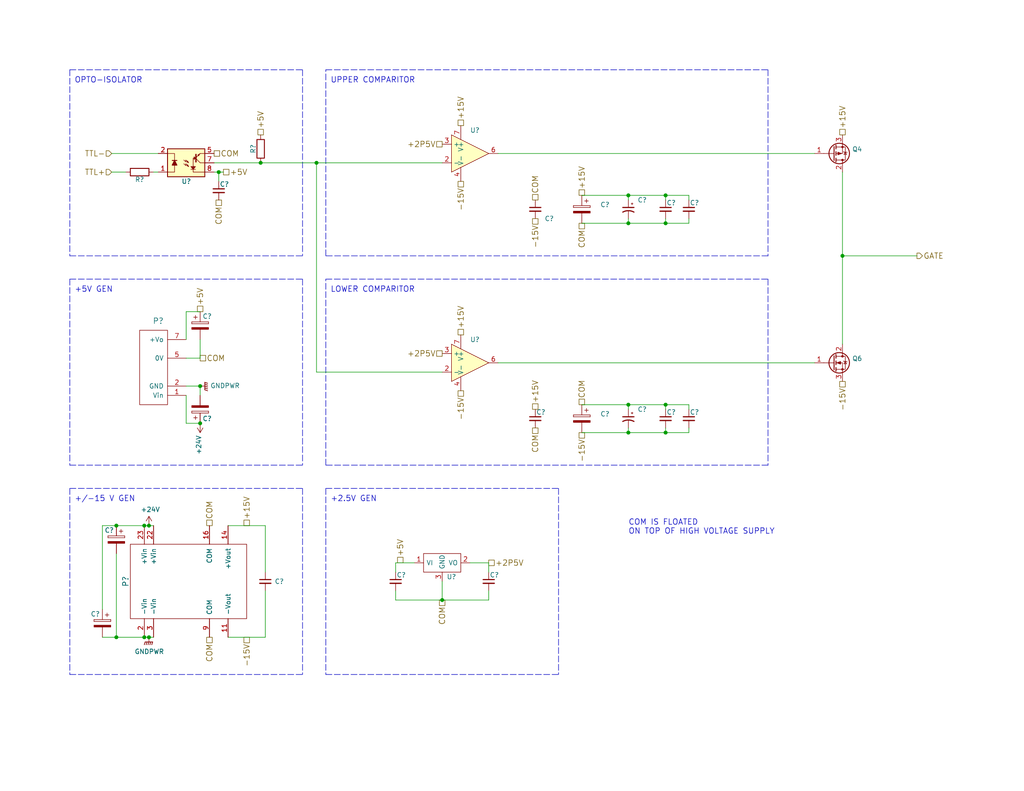
<source format=kicad_sch>
(kicad_sch (version 20211123) (generator eeschema)
  (paper "USLetter")
  (title_block (title "Pulse Generator, 500 V") (date "2020-09-04") (rev "2.0.0") (company "University of Wisconsin-Madison") (comment 1 "Blaise Thompson") (comment 2 "Garand Group") (comment 4 "Adapted from Nathan M. Hoffman"))
  (lib_symbols
    (symbol "Device:Q_NMOS_GDS" (pin_names (offset 0) hide)
      (property "Reference" "Q" (at 5.08 1.27 0))
      (property "Value" "Q_NMOS_GDS" (at 5.08 -1.27 0))
      (symbol "Q_NMOS_GDS_0_1"
        (polyline (pts (xy 0.254 0) (xy -2.54 0)))
        (polyline (pts (xy 0.254 1.905) (xy 0.254 -1.905)) (stroke (width 0.254)))
        (polyline (pts (xy 0.762 -1.27) (xy 0.762 -2.286)) (stroke (width 0.254)))
        (polyline (pts (xy 0.762 0.508) (xy 0.762 -0.508)) (stroke (width 0.254)))
        (polyline (pts (xy 0.762 2.286) (xy 0.762 1.27)) (stroke (width 0.254)))
        (polyline (pts (xy 2.54 2.54) (xy 2.54 1.778)))
        (polyline (pts (xy 2.54 -2.54) (xy 2.54 0) (xy 0.762 0)))
        (polyline (pts (xy 0.762 -1.778) (xy 3.302 -1.778) (xy 3.302 1.778) (xy 0.762 1.778)))
        (polyline (pts (xy 1.016 0) (xy 2.032 0.381) (xy 2.032 -0.381) (xy 1.016 0)) (fill (type outline)))
        (polyline (pts (xy 2.794 0.508) (xy 2.921 0.381) (xy 3.683 0.381) (xy 3.81 0.254)))
        (polyline (pts (xy 3.302 0.381) (xy 2.921 -0.254) (xy 3.683 -0.254) (xy 3.302 0.381)))
        (circle (center 1.651 0) (radius 2.794) (stroke (width 0.254)))
        (circle (center 2.54 -1.778) (radius 0.254) (fill (type outline)))
        (circle (center 2.54 1.778) (radius 0.254) (fill (type outline)))
      )
      (symbol "Q_NMOS_GDS_1_1"
        (pin input line (at -5.08 0 0) (length 2.54) (name "G") (number "1"))
        (pin passive line (at 2.54 5.08 270) (length 2.54) (name "D") (number "2"))
        (pin passive line (at 2.54 -5.08 90) (length 2.54) (name "S") (number "3"))
      )
    )
    (symbol "Device:Q_PMOS_GDS" (pin_names (offset 0) hide)
      (property "Reference" "Q" (at 5.08 1.27 0))
      (property "Value" "Q_PMOS_GDS" (at 5.08 -1.27 0))
      (symbol "Q_PMOS_GDS_0_1"
        (polyline (pts (xy 0.254 0) (xy -2.54 0)))
        (polyline (pts (xy 0.254 1.905) (xy 0.254 -1.905)) (stroke (width 0.254)))
        (polyline (pts (xy 0.762 -1.27) (xy 0.762 -2.286)) (stroke (width 0.254)))
        (polyline (pts (xy 0.762 0.508) (xy 0.762 -0.508)) (stroke (width 0.254)))
        (polyline (pts (xy 0.762 2.286) (xy 0.762 1.27)) (stroke (width 0.254)))
        (polyline (pts (xy 2.54 2.54) (xy 2.54 1.778)))
        (polyline (pts (xy 2.54 -2.54) (xy 2.54 0) (xy 0.762 0)))
        (polyline (pts (xy 0.762 1.778) (xy 3.302 1.778) (xy 3.302 -1.778) (xy 0.762 -1.778)))
        (polyline (pts (xy 2.286 0) (xy 1.27 0.381) (xy 1.27 -0.381) (xy 2.286 0)) (fill (type outline)))
        (polyline (pts (xy 2.794 -0.508) (xy 2.921 -0.381) (xy 3.683 -0.381) (xy 3.81 -0.254)))
        (polyline (pts (xy 3.302 -0.381) (xy 2.921 0.254) (xy 3.683 0.254) (xy 3.302 -0.381)))
        (circle (center 1.651 0) (radius 2.794) (stroke (width 0.254)))
        (circle (center 2.54 -1.778) (radius 0.254) (fill (type outline)))
        (circle (center 2.54 1.778) (radius 0.254) (fill (type outline)))
      )
      (symbol "Q_PMOS_GDS_1_1"
        (pin input line (at -5.08 0 0) (length 2.54) (name "G") (number "1"))
        (pin passive line (at 2.54 5.08 270) (length 2.54) (name "D") (number "2"))
        (pin passive line (at 2.54 -5.08 90) (length 2.54) (name "S") (number "3"))
      )
    )
    (symbol "HV-pulse-generator-rescue:CP" (pin_numbers hide) (pin_names (offset 0.254))
      (property "Reference" "C" (at 0.635 2.54 0))
      (property "Value" "CP" (at 0.635 -2.54 0))
      (symbol "CP_0_1"
        (rectangle (start -2.286 0.508) (end -2.286 1.016))
        (rectangle (start -2.286 0.508) (end 2.286 0.508))
        (polyline (pts (xy -1.778 2.286) (xy -0.762 2.286)))
        (polyline (pts (xy -1.27 2.794) (xy -1.27 1.778)))
        (rectangle (start 2.286 -0.508) (end -2.286 -1.016) (fill (type outline)))
        (rectangle (start 2.286 1.016) (end -2.286 1.016))
        (rectangle (start 2.286 1.016) (end 2.286 0.508))
      )
      (symbol "CP_1_1"
        (pin passive line (at 0 3.81 270) (length 2.794) (name "~") (number "1"))
        (pin passive line (at 0 -3.81 90) (length 2.794) (name "~") (number "2"))
      )
    )
    (symbol "HV-pulse-generator-rescue:CP1_Small" (pin_numbers hide) (pin_names (offset 0.254) hide)
      (property "Reference" "C" (at 0.254 1.778 0))
      (property "Value" "CP1_Small" (at 0.254 -2.032 0))
      (symbol "CP1_Small_0_1"
        (polyline (pts (xy -1.524 0.508) (xy 1.524 0.508)) (stroke (width 0.3048)))
        (polyline (pts (xy -1.27 1.524) (xy -0.762 1.524)))
        (polyline (pts (xy -1.016 1.27) (xy -1.016 1.778)))
        (arc (start 1.524 -0.762) (mid 0 -0.3734) (end -1.524 -0.762) (stroke (width 0.3048)))
      )
      (symbol "CP1_Small_1_1"
        (pin passive line (at 0 2.54 270) (length 2.032) (name "~") (number "1"))
        (pin passive line (at 0 -2.54 90) (length 2.032) (name "~") (number "2"))
      )
    )
    (symbol "HV-pulse-generator-rescue:C_Small" (pin_numbers hide) (pin_names (offset 0.254) hide)
      (property "Reference" "C" (at 0.254 1.778 0))
      (property "Value" "C_Small" (at 0.254 -2.032 0))
      (symbol "C_Small_0_1"
        (polyline (pts (xy -1.524 -0.508) (xy 1.524 -0.508)) (stroke (width 0.3302)))
        (polyline (pts (xy -1.524 0.508) (xy 1.524 0.508)) (stroke (width 0.3048)))
      )
      (symbol "C_Small_1_1"
        (pin passive line (at 0 2.54 270) (length 2.032) (name "~") (number "1"))
        (pin passive line (at 0 -2.54 90) (length 2.032) (name "~") (number "2"))
      )
    )
    (symbol "HV-pulse-generator-rescue:ICPL2631" (pin_names (offset 1.016))
      (property "Reference" "U" (at -5.08 5.08 0))
      (property "Value" "ICPL2631" (at 0 5.08 0))
      (symbol "ICPL2631_0_1"
        (rectangle (start -5.08 3.81) (end 5.08 -3.81) (stroke (width 0.254)) (fill (type background)))
        (polyline (pts (xy -3.81 -0.635) (xy -2.54 -0.635)) (stroke (width 0.254)))
        (polyline (pts (xy 1.27 1.778) (xy 2.54 1.778)))
        (polyline (pts (xy 2.032 1.524) (xy 2.032 1.016)))
        (polyline (pts (xy 2.159 1.397) (xy 2.159 1.016)))
        (polyline (pts (xy 2.286 1.27) (xy 2.286 1.143)))
        (polyline (pts (xy 2.667 -1.397) (xy 3.81 -2.54)))
        (polyline (pts (xy 2.667 -1.143) (xy 3.81 0)))
        (polyline (pts (xy 3.81 -2.54) (xy 5.08 -2.54)))
        (polyline (pts (xy 3.81 0) (xy 5.08 0)))
        (polyline (pts (xy 1.397 1.143) (xy 1.651 1.143) (xy 1.778 1.143)))
        (polyline (pts (xy 2.667 -0.254) (xy 2.667 -2.286) (xy 2.667 -2.286)) (stroke (width 0.3556)))
        (polyline (pts (xy -5.08 -2.54) (xy -3.175 -2.54) (xy -3.175 2.54) (xy -5.08 2.54)))
        (polyline (pts (xy -3.175 -0.635) (xy -3.81 0.635) (xy -2.54 0.635) (xy -3.175 -0.635)) (stroke (width 0.254)) (fill (type outline)))
        (polyline (pts (xy -0.635 0.254) (xy -0.1016 0.762) (xy -0.1016 0.254) (xy 0.6604 1.016)))
        (polyline (pts (xy 0.6604 1.016) (xy 0.1524 0.762) (xy 0.4064 0.508) (xy 0.6604 1.016)))
        (polyline (pts (xy 1.905 1.778) (xy 2.54 1.016) (xy 1.27 1.016) (xy 1.905 1.778)))
        (polyline (pts (xy 3.683 -2.413) (xy 3.429 -1.905) (xy 3.175 -2.159) (xy 3.683 -2.413)))
        (polyline (pts (xy 5.08 2.54) (xy 1.905 2.54) (xy 1.905 -1.27) (xy 2.54 -1.27)))
        (polyline (pts (xy 2.413 1.143) (xy 1.524 1.143) (xy 1.778 1.524) (xy 1.778 1.143) (xy 1.651 1.27)))
        (polyline (pts (xy 2.54 -1.27) (xy 2.159 -0.889) (xy 2.159 -1.651) (xy 2.54 -1.27) (xy 2.159 -1.27)) (fill (type outline)))
        (polyline (pts (xy -0.635 -0.762) (xy -0.1016 -0.254) (xy -0.1016 -0.762) (xy 0.6604 0) (xy 0.1524 -0.254) (xy 0.4064 -0.508) (xy 0.6604 0)))
      )
      (symbol "ICPL2631_1_1"
        (pin passive line (at -7.62 2.54 0) (length 2.54) (name "~") (number "1"))
        (pin passive line (at -7.62 -2.54 0) (length 2.54) (name "~") (number "2"))
        (pin passive line (at 7.62 -2.54 180) (length 2.54) (name "~") (number "5"))
        (pin passive line (at 7.62 0 180) (length 2.54) (name "~") (number "7"))
        (pin power_in line (at 7.62 2.54 180) (length 2.54) (name "~") (number "8"))
      )
    )
    (symbol "HV-pulse-generator-rescue:JCJ0824D15" (pin_names (offset 1.016))
      (property "Reference" "V" (at 0 15.24 0))
      (property "Value" "JCJ0824D15" (at 0 -19.05 0))
      (symbol "JCJ0824D15_0_1"
        (rectangle (start -10.16 13.97) (end 10.16 -17.78))
      )
      (symbol "JCJ0824D15_1_1"
        (pin power_out line (at -15.24 -12.7 0) (length 5.08) (name "-Vout") (number "11"))
        (pin power_out line (at 15.24 -12.7 180) (length 5.08) (name "+Vout") (number "14"))
        (pin passive line (at 15.24 -7.62 180) (length 5.08) (name "COM") (number "16"))
        (pin power_in line (at -15.24 10.16 0) (length 5.08) (name "-Vin") (number "2"))
        (pin power_in line (at 15.24 7.62 180) (length 5.08) (name "+Vin") (number "22"))
        (pin power_in line (at 15.24 10.16 180) (length 5.08) (name "+Vin") (number "23"))
        (pin power_in line (at -15.24 7.62 0) (length 5.08) (name "-Vin") (number "3"))
        (pin passive line (at -15.24 -7.62 0) (length 5.08) (name "COM") (number "9"))
      )
    )
    (symbol "HV-pulse-generator-rescue:LM7171"
      (property "Reference" "U" (at 0 6.35 0))
      (property "Value" "LM7171" (at 0 3.81 0))
      (symbol "LM7171_0_1"
        (polyline (pts (xy -5.08 5.08) (xy 5.08 0) (xy -5.08 -5.08) (xy -5.08 5.08)) (stroke (width 0.1524)) (fill (type background)))
      )
      (symbol "LM7171_1_1"
        (pin input line (at -7.62 -2.54 0) (length 2.54) (name "-") (number "2"))
        (pin input line (at -7.62 2.54 0) (length 2.54) (name "+") (number "3"))
        (pin passive line (at -2.54 -7.62 90) (length 3.81) (name "V-") (number "4"))
        (pin output line (at 7.62 0 180) (length 2.54) (name "~") (number "6"))
        (pin passive line (at -2.54 7.62 270) (length 3.81) (name "V+") (number "7"))
      )
    )
    (symbol "HV-pulse-generator-rescue:MCP1525" (pin_names (offset 0.762))
      (property "Reference" "U" (at 2.54 -3.81 0))
      (property "Value" "MCP1525" (at 0 3.81 0))
      (symbol "MCP1525_0_1"
        (rectangle (start -5.08 -2.54) (end 5.08 2.54))
      )
      (symbol "MCP1525_1_1"
        (pin power_in line (at -7.62 0 0) (length 2.54) (name "VI") (number "1"))
        (pin power_out line (at 7.62 0 180) (length 2.54) (name "VO") (number "2"))
        (pin power_in line (at 0 -5.08 90) (length 2.54) (name "GND") (number "3"))
      )
    )
    (symbol "HV-pulse-generator-rescue:PEM2-S24-S5-S" (pin_names (offset 1.016))
      (property "Reference" "P" (at -2.54 -12.7 0))
      (property "Value" "PEM2-S24-S5-S" (at 5.08 0 90))
      (symbol "PEM2-S24-S5-S_0_1"
        (rectangle (start -5.08 10.16) (end 2.54 -10.16))
      )
      (symbol "PEM2-S24-S5-S_1_1"
        (pin input line (at -10.16 7.62 0) (length 5.08) (name "Vin") (number "1"))
        (pin input line (at -10.16 5.08 0) (length 5.08) (name "GND") (number "2"))
        (pin input line (at -10.16 -2.54 0) (length 5.08) (name "0V") (number "5"))
        (pin input line (at -10.16 -7.62 0) (length 5.08) (name "+Vo") (number "7"))
      )
    )
    (symbol "HV-pulse-generator-rescue:R" (pin_numbers hide) (pin_names (offset 0))
      (property "Reference" "R" (at 2.032 0 90))
      (property "Value" "R" (at 0 0 90))
      (symbol "R_0_1"
        (rectangle (start -1.016 -2.54) (end 1.016 2.54) (stroke (width 0.254)))
      )
      (symbol "R_1_1"
        (pin passive line (at 0 3.81 270) (length 1.27) (name "~") (number "1"))
        (pin passive line (at 0 -3.81 90) (length 1.27) (name "~") (number "2"))
      )
    )
    (symbol "power:+24V" (power) (pin_names (offset 0))
      (property "Value" "+24V" (at 0 3.556 0))
      (symbol "+24V_0_1"
        (polyline (pts (xy -0.762 1.27) (xy 0 2.54)))
        (polyline (pts (xy 0 0) (xy 0 2.54)))
        (polyline (pts (xy 0 2.54) (xy 0.762 1.27)))
      )
      (symbol "+24V_1_1"
        (pin power_in line (at 0 0 90) (length 0) hide (name "+24V") (number "1"))
      )
    )
    (symbol "power:GNDPWR" (power) (pin_names (offset 0))
      (property "Value" "GNDPWR" (at 0 -3.302 0))
      (symbol "GNDPWR_0_1"
        (polyline (pts (xy 0 -1.27) (xy 0 0)))
        (polyline (pts (xy -1.016 -1.27) (xy -1.27 -2.032) (xy -1.27 -2.032)) (stroke (width 0.2032)))
        (polyline (pts (xy -0.508 -1.27) (xy -0.762 -2.032) (xy -0.762 -2.032)) (stroke (width 0.2032)))
        (polyline (pts (xy 0 -1.27) (xy -0.254 -2.032) (xy -0.254 -2.032)) (stroke (width 0.2032)))
        (polyline (pts (xy 0.508 -1.27) (xy 0.254 -2.032) (xy 0.254 -2.032)) (stroke (width 0.2032)))
        (polyline (pts (xy 1.016 -1.27) (xy -1.016 -1.27) (xy -1.016 -1.27)) (stroke (width 0.2032)))
        (polyline (pts (xy 1.016 -1.27) (xy 0.762 -2.032) (xy 0.762 -2.032) (xy 0.762 -2.032)) (stroke (width 0.2032)))
      )
      (symbol "GNDPWR_1_1"
        (pin power_in line (at 0 0 270) (length 0) hide (name "GNDPWR") (number "1"))
      )
    )
  )
  (junction (at 39.37 173.99))
  (junction (at 86.36 44.45))
  (junction (at 171.45 53.34))
  (junction (at 229.87 69.85))
  (junction (at 31.75 143.51))
  (junction (at 31.75 173.99))
  (junction (at 181.61 60.96))
  (junction (at 171.45 118.11))
  (junction (at 120.65 163.83))
  (junction (at 171.45 60.96))
  (junction (at 171.45 110.49))
  (junction (at 181.61 53.34))
  (junction (at 71.12 44.45))
  (junction (at 59.69 46.99))
  (junction (at 181.61 110.49))
  (junction (at 54.61 105.41))
  (junction (at 39.37 143.51))
  (junction (at 40.64 143.51))
  (junction (at 54.61 115.57))
  (junction (at 40.64 173.99))
  (junction (at 181.61 118.11))
  (wire (pts (xy 158.75 60.96) (xy 171.45 60.96)))
  (polyline (pts (xy 19.05 133.35) (xy 82.55 133.35)))
  (wire (pts (xy 158.75 118.11) (xy 171.45 118.11)))
  (polyline (pts (xy 82.55 133.35) (xy 82.55 184.15)))
  (wire (pts (xy 187.96 118.11) (xy 187.96 116.84)))
  (polyline (pts (xy 88.9 133.35) (xy 152.4 133.35)))
  (wire (pts (xy 187.96 53.34) (xy 187.96 54.61)))
  (polyline (pts (xy 19.05 76.2) (xy 82.55 76.2)))
  (wire (pts (xy 58.42 44.45) (xy 71.12 44.45)))
  (wire (pts (xy 128.27 153.67) (xy 133.35 153.67)))
  (polyline (pts (xy 88.9 133.35) (xy 88.9 184.15)))
  (wire (pts (xy 40.64 173.99) (xy 41.91 173.99)))
  (wire (pts (xy 181.61 116.84) (xy 181.61 118.11)))
  (wire (pts (xy 27.94 166.37) (xy 27.94 143.51)))
  (wire (pts (xy 181.61 53.34) (xy 187.96 53.34)))
  (wire (pts (xy 40.64 143.51) (xy 41.91 143.51)))
  (polyline (pts (xy 209.55 69.85) (xy 88.9 69.85)))
  (wire (pts (xy 50.8 92.71) (xy 50.8 85.09)))
  (wire (pts (xy 31.75 173.99) (xy 39.37 173.99)))
  (polyline (pts (xy 19.05 184.15) (xy 82.55 184.15)))
  (wire (pts (xy 250.19 69.85) (xy 229.87 69.85)))
  (wire (pts (xy 30.48 46.99) (xy 34.29 46.99)))
  (wire (pts (xy 158.75 53.34) (xy 171.45 53.34)))
  (wire (pts (xy 54.61 107.95) (xy 54.61 105.41)))
  (polyline (pts (xy 19.05 127) (xy 82.55 127)))
  (polyline (pts (xy 209.55 19.05) (xy 209.55 69.85)))
  (wire (pts (xy 72.39 143.51) (xy 62.23 143.51)))
  (wire (pts (xy 181.61 59.69) (xy 181.61 60.96)))
  (wire (pts (xy 171.45 110.49) (xy 181.61 110.49)))
  (wire (pts (xy 72.39 161.29) (xy 72.39 173.99)))
  (wire (pts (xy 50.8 107.95) (xy 50.8 115.57)))
  (wire (pts (xy 120.65 163.83) (xy 133.35 163.83)))
  (wire (pts (xy 181.61 111.76) (xy 181.61 110.49)))
  (wire (pts (xy 86.36 101.6) (xy 120.65 101.6)))
  (wire (pts (xy 135.89 41.91) (xy 222.25 41.91)))
  (wire (pts (xy 171.45 111.76) (xy 171.45 110.49)))
  (wire (pts (xy 50.8 115.57) (xy 54.61 115.57)))
  (polyline (pts (xy 19.05 19.05) (xy 19.05 69.85)))
  (wire (pts (xy 171.45 53.34) (xy 181.61 53.34)))
  (polyline (pts (xy 82.55 76.2) (xy 82.55 127)))
  (wire (pts (xy 171.45 116.84) (xy 171.45 118.11)))
  (wire (pts (xy 187.96 60.96) (xy 187.96 59.69)))
  (polyline (pts (xy 88.9 184.15) (xy 152.4 184.15)))
  (wire (pts (xy 229.87 46.99) (xy 229.87 69.85)))
  (wire (pts (xy 50.8 105.41) (xy 54.61 105.41)))
  (wire (pts (xy 71.12 44.45) (xy 86.36 44.45)))
  (polyline (pts (xy 88.9 76.2) (xy 209.55 76.2)))
  (wire (pts (xy 27.94 173.99) (xy 31.75 173.99)))
  (wire (pts (xy 50.8 85.09) (xy 54.61 85.09)))
  (polyline (pts (xy 19.05 69.85) (xy 82.55 69.85)))
  (wire (pts (xy 30.48 41.91) (xy 43.18 41.91)))
  (polyline (pts (xy 19.05 76.2) (xy 19.05 127)))
  (wire (pts (xy 39.37 173.99) (xy 40.64 173.99)))
  (wire (pts (xy 41.91 46.99) (xy 43.18 46.99)))
  (polyline (pts (xy 88.9 19.05) (xy 209.55 19.05)))
  (wire (pts (xy 120.65 163.83) (xy 120.65 158.75)))
  (wire (pts (xy 54.61 97.79) (xy 54.61 92.71)))
  (wire (pts (xy 86.36 44.45) (xy 86.36 101.6)))
  (wire (pts (xy 158.75 110.49) (xy 171.45 110.49)))
  (wire (pts (xy 59.69 46.99) (xy 60.96 46.99)))
  (wire (pts (xy 181.61 54.61) (xy 181.61 53.34)))
  (wire (pts (xy 229.87 69.85) (xy 229.87 93.98)))
  (wire (pts (xy 86.36 44.45) (xy 120.65 44.45)))
  (polyline (pts (xy 88.9 127) (xy 88.9 76.2)))
  (wire (pts (xy 133.35 156.21) (xy 133.35 153.67)))
  (wire (pts (xy 58.42 46.99) (xy 59.69 46.99)))
  (wire (pts (xy 107.95 163.83) (xy 120.65 163.83)))
  (polyline (pts (xy 209.55 76.2) (xy 209.55 127)))
  (wire (pts (xy 181.61 110.49) (xy 187.96 110.49)))
  (wire (pts (xy 107.95 153.67) (xy 113.03 153.67)))
  (wire (pts (xy 171.45 54.61) (xy 171.45 53.34)))
  (wire (pts (xy 181.61 60.96) (xy 187.96 60.96)))
  (wire (pts (xy 72.39 156.21) (xy 72.39 143.51)))
  (wire (pts (xy 135.89 99.06) (xy 222.25 99.06)))
  (wire (pts (xy 31.75 143.51) (xy 39.37 143.51)))
  (wire (pts (xy 171.45 118.11) (xy 181.61 118.11)))
  (wire (pts (xy 59.69 46.99) (xy 59.69 49.53)))
  (wire (pts (xy 187.96 110.49) (xy 187.96 111.76)))
  (polyline (pts (xy 88.9 69.85) (xy 88.9 19.05)))
  (polyline (pts (xy 209.55 127) (xy 88.9 127)))
  (polyline (pts (xy 19.05 133.35) (xy 19.05 184.15)))
  (wire (pts (xy 107.95 161.29) (xy 107.95 163.83)))
  (wire (pts (xy 181.61 118.11) (xy 187.96 118.11)))
  (wire (pts (xy 50.8 97.79) (xy 54.61 97.79)))
  (polyline (pts (xy 19.05 19.05) (xy 82.55 19.05)))
  (polyline (pts (xy 82.55 19.05) (xy 82.55 69.85)))
  (wire (pts (xy 62.23 173.99) (xy 72.39 173.99)))
  (wire (pts (xy 107.95 153.67) (xy 107.95 156.21)))
  (wire (pts (xy 133.35 163.83) (xy 133.35 161.29)))
  (wire (pts (xy 171.45 60.96) (xy 181.61 60.96)))
  (wire (pts (xy 171.45 59.69) (xy 171.45 60.96)))
  (wire (pts (xy 31.75 151.13) (xy 31.75 173.99)))
  (wire (pts (xy 27.94 143.51) (xy 31.75 143.51)))
  (polyline (pts (xy 152.4 133.35) (xy 152.4 184.15)))
  (wire (pts (xy 39.37 143.51) (xy 40.64 143.51)))
  (text "LOWER COMPARITOR" (at 90.17 80.01 0) (effects (font (size 1.524 1.524)) (justify left bottom)))
  (text "+5V GEN" (at 20.32 80.01 0) (effects (font (size 1.524 1.524)) (justify left bottom)))
  (text "OPTO-ISOLATOR" (at 20.32 22.86 0) (effects (font (size 1.524 1.524)) (justify left bottom)))
  (text "UPPER COMPARITOR" (at 90.17 22.86 0) (effects (font (size 1.524 1.524)) (justify left bottom)))
  (text "COM IS FLOATED\nON TOP OF HIGH VOLTAGE SUPPLY" (at 171.45 146.05 0) (effects (font (size 1.524 1.524)) (justify left bottom)))
  (text "+2.5V GEN" (at 90.17 137.16 0) (effects (font (size 1.524 1.524)) (justify left bottom)))
  (text "+/-15 V GEN" (at 20.32 137.16 0) (effects (font (size 1.524 1.524)) (justify left bottom)))
  (hierarchical_label "GATE" (shape output) (at 250.19 69.85 0) (effects (font (size 1.524 1.524))))
  (hierarchical_label "+5V" (shape passive) (at 109.22 153.67 90) (effects (font (size 1.524 1.524))))
  (hierarchical_label "+15V" (shape passive) (at 67.31 143.51 90) (effects (font (size 1.524 1.524))))
  (hierarchical_label "TTL-" (shape input) (at 30.48 41.91 180) (effects (font (size 1.524 1.524))))
  (hierarchical_label "+15V" (shape passive) (at 229.87 36.83 90) (effects (font (size 1.524 1.524))))
  (hierarchical_label "COM" (shape passive) (at 59.69 54.61 270) (effects (font (size 1.524 1.524))))
  (hierarchical_label "COM" (shape passive) (at 146.05 116.84 270) (effects (font (size 1.524 1.524))))
  (hierarchical_label "COM" (shape passive) (at 120.65 163.83 270) (effects (font (size 1.524 1.524))))
  (hierarchical_label "COM" (shape passive) (at 58.42 41.91 0) (effects (font (size 1.524 1.524))))
  (hierarchical_label "COM" (shape passive) (at 57.15 143.51 90) (effects (font (size 1.524 1.524))))
  (hierarchical_label "TTL+" (shape input) (at 30.48 46.99 180) (effects (font (size 1.524 1.524))))
  (hierarchical_label "-15V" (shape passive) (at 125.73 106.68 270) (effects (font (size 1.524 1.524))))
  (hierarchical_label "+15V" (shape passive) (at 125.73 91.44 90) (effects (font (size 1.524 1.524))))
  (hierarchical_label "+15V" (shape passive) (at 125.73 34.29 90) (effects (font (size 1.524 1.524))))
  (hierarchical_label "-15V" (shape passive) (at 146.05 59.69 270) (effects (font (size 1.524 1.524))))
  (hierarchical_label "-15V" (shape passive) (at 158.75 118.11 270) (effects (font (size 1.524 1.524))))
  (hierarchical_label "+15V" (shape passive) (at 158.75 53.34 90) (effects (font (size 1.524 1.524))))
  (hierarchical_label "COM" (shape passive) (at 57.15 173.99 270) (effects (font (size 1.524 1.524))))
  (hierarchical_label "+2P5V" (shape passive) (at 120.65 39.37 180) (effects (font (size 1.524 1.524))))
  (hierarchical_label "COM" (shape passive) (at 158.75 110.49 90) (effects (font (size 1.524 1.524))))
  (hierarchical_label "+2P5V" (shape passive) (at 120.65 96.52 180) (effects (font (size 1.524 1.524))))
  (hierarchical_label "-15V" (shape passive) (at 229.87 104.14 270) (effects (font (size 1.524 1.524))))
  (hierarchical_label "+5V" (shape passive) (at 54.61 85.09 90) (effects (font (size 1.524 1.524))))
  (hierarchical_label "+5V" (shape passive) (at 60.96 46.99 0) (effects (font (size 1.524 1.524))))
  (hierarchical_label "COM" (shape passive) (at 54.61 97.79 0) (effects (font (size 1.524 1.524))))
  (hierarchical_label "-15V" (shape passive) (at 125.73 49.53 270) (effects (font (size 1.524 1.524))))
  (hierarchical_label "-15V" (shape passive) (at 67.31 173.99 270) (effects (font (size 1.524 1.524))))
  (hierarchical_label "+15V" (shape passive) (at 146.05 111.76 90) (effects (font (size 1.524 1.524))))
  (hierarchical_label "+2P5V" (shape passive) (at 133.35 153.67 0) (effects (font (size 1.524 1.524))))
  (hierarchical_label "+5V" (shape passive) (at 71.12 36.83 90) (effects (font (size 1.524 1.524))))
  (hierarchical_label "COM" (shape passive) (at 158.75 60.96 270) (effects (font (size 1.524 1.524))))
  (hierarchical_label "COM" (shape passive) (at 146.05 54.61 90) (effects (font (size 1.524 1.524))))
  (symbol (lib_id "Device:Q_PMOS_GDS") (at 227.33 41.91 0) (mirror x) (unit 1)
    (property "Reference" "Q4" (at 232.5116 40.7416 0) (effects (justify left)))
  )
  (symbol (lib_id "Device:Q_NMOS_GDS") (at 227.33 99.06 0) (unit 1)
    (property "Reference" "Q6" (at 232.5116 97.8916 0) (effects (justify left)))
  )
  (symbol (lib_id "HV-pulse-generator-rescue:C_Small") (at 187.96 114.3 0) (unit 1)
    (property "Reference" "C?" (at 188.214 112.522 0) (effects (justify left)))
  )
  (symbol (lib_id "HV-pulse-generator-rescue:CP") (at 158.75 114.3 0) (mirror y) (unit 1)
    (property "Reference" "C?" (at 166.37 113.03 0) (effects (justify left)))
  )
  (symbol (lib_id "HV-pulse-generator-rescue:CP1_Small") (at 171.45 114.3 0) (mirror y) (unit 1)
    (property "Reference" "C?" (at 176.53 111.76 0) (effects (justify left)))
  )
  (symbol (lib_id "HV-pulse-generator-rescue:C_Small") (at 181.61 114.3 0) (unit 1)
    (property "Reference" "C?" (at 181.864 112.522 0) (effects (justify left)))
  )
  (symbol (lib_id "HV-pulse-generator-rescue:C_Small") (at 72.39 158.75 0) (unit 1)
    (property "Reference" "C?" (at 74.93 158.75 0) (effects (justify left)))
  )
  (symbol (lib_id "HV-pulse-generator-rescue:C_Small") (at 187.96 57.15 0) (unit 1)
    (property "Reference" "C?" (at 188.214 55.372 0) (effects (justify left)))
  )
  (symbol (lib_id "HV-pulse-generator-rescue:C_Small") (at 146.05 57.15 0) (unit 1)
    (property "Reference" "C?" (at 148.59 59.69 0) (effects (justify left)))
  )
  (symbol (lib_id "HV-pulse-generator-rescue:LM7171") (at 128.27 41.91 0) (unit 1)
    (property "Reference" "U?" (at 128.27 35.56 0) (effects (justify left)))
  )
  (symbol (lib_id "HV-pulse-generator-rescue:C_Small") (at 146.05 114.3 0) (unit 1)
    (property "Reference" "C?" (at 146.304 112.522 0) (effects (justify left)))
  )
  (symbol (lib_id "HV-pulse-generator-rescue:LM7171") (at 128.27 99.06 0) (unit 1)
    (property "Reference" "U?" (at 128.27 92.71 0) (effects (justify left)))
  )
  (symbol (lib_id "HV-pulse-generator-rescue:ICPL2631") (at 50.8 44.45 0) (mirror x) (unit 1)
    (property "Reference" "U?" (at 49.53 49.53 0) (effects (justify left)))
  )
  (symbol (lib_id "HV-pulse-generator-rescue:R") (at 38.1 46.99 270) (unit 1)
    (property "Reference" "R?" (at 38.1 49.022 90))
  )
  (symbol (lib_id "HV-pulse-generator-rescue:MCP1525") (at 120.65 153.67 0) (unit 1)
    (property "Reference" "U?" (at 123.19 157.48 0))
  )
  (symbol (lib_id "HV-pulse-generator-rescue:C_Small") (at 133.35 158.75 0) (unit 1)
    (property "Reference" "C?" (at 133.604 156.972 0) (effects (justify left)))
  )
  (symbol (lib_id "HV-pulse-generator-rescue:C_Small") (at 107.95 158.75 0) (unit 1)
    (property "Reference" "C?" (at 108.204 156.972 0) (effects (justify left)))
  )
  (symbol (lib_id "HV-pulse-generator-rescue:C_Small") (at 59.69 52.07 0) (unit 1)
    (property "Reference" "C?" (at 59.944 50.292 0) (effects (justify left)))
  )
  (symbol (lib_id "HV-pulse-generator-rescue:R") (at 71.12 40.64 180) (unit 1)
    (property "Reference" "R?" (at 69.088 40.64 90))
  )
  (symbol (lib_id "HV-pulse-generator-rescue:PEM2-S24-S5-S") (at 40.64 100.33 180) (unit 1)
    (property "Reference" "P?" (at 43.18 87.63 0) (effects (font (size 1.524 1.524))))
  )
  (symbol (lib_id "HV-pulse-generator-rescue:CP") (at 54.61 88.9 0) (unit 1)
    (property "Reference" "C?" (at 55.245 86.36 0) (effects (justify left)))
  )
  (symbol (lib_id "HV-pulse-generator-rescue:CP") (at 54.61 111.76 0) (mirror x) (unit 1)
    (property "Reference" "C?" (at 55.245 114.3 0) (effects (justify left)))
  )
  (symbol (lib_id "HV-pulse-generator-rescue:C_Small") (at 181.61 57.15 0) (unit 1)
    (property "Reference" "C?" (at 181.864 55.372 0) (effects (justify left)))
  )
  (symbol (lib_id "HV-pulse-generator-rescue:CP") (at 27.94 170.18 0) (mirror y) (unit 1)
    (property "Reference" "C?" (at 27.305 167.64 0) (effects (justify left)))
  )
  (symbol (lib_id "HV-pulse-generator-rescue:CP") (at 31.75 147.32 0) (mirror y) (unit 1)
    (property "Reference" "C?" (at 31.115 144.78 0) (effects (justify left)))
  )
  (symbol (lib_id "HV-pulse-generator-rescue:CP") (at 158.75 57.15 0) (mirror y) (unit 1)
    (property "Reference" "C?" (at 166.37 55.88 0) (effects (justify left)))
  )
  (symbol (lib_id "HV-pulse-generator-rescue:CP1_Small") (at 171.45 57.15 0) (mirror y) (unit 1)
    (property "Reference" "C?" (at 176.53 54.61 0) (effects (justify left)))
  )
  (symbol (lib_id "power:GNDPWR") (at 40.64 173.99 0) (unit 1)
    (property "Reference" "#PWR?" (effects hide))
  )
  (symbol (lib_id "power:+24V") (at 40.64 143.51 0) (unit 1)
    (property "Reference" "#PWR?" (effects hide))
  )
  (symbol (lib_id "HV-pulse-generator-rescue:JCJ0824D15") (at 49.53 158.75 90) (unit 1)
    (property "Reference" "P?" (at 34.29 158.75 0) (effects (font (size 1.524 1.524))))
  )
  (symbol (lib_id "power:+24V") (at 54.61 115.57 180) (unit 1)
    (property "Reference" "#PWR?" (effects hide))
  )
  (symbol (lib_id "power:GNDPWR") (at 54.61 105.41 90) (unit 1)
    (property "Reference" "#PWR?" (effects hide))
  )
)
</source>
